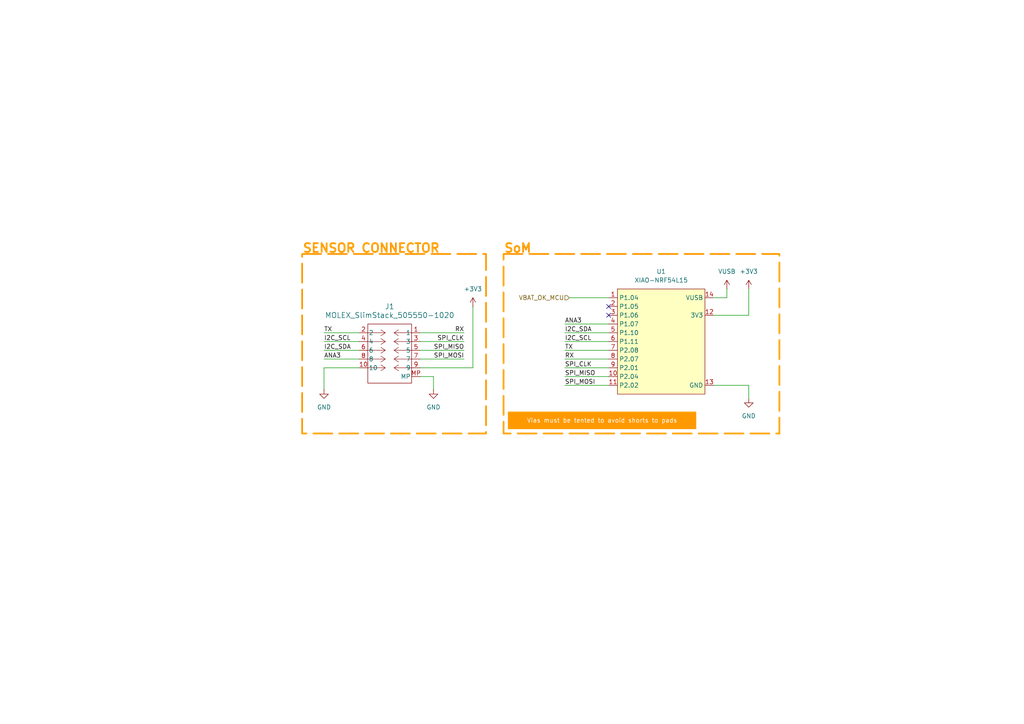
<source format=kicad_sch>
(kicad_sch (version 20250114) (generator "eeschema") (generator_version "9.0")
  (paper "A4")
  (title_block (title "Xihe") (date "2025-08-19") (rev "0.1"))
  (lib_symbols
    (symbol "connectors:MOLEX_SlimStack_505550-1020" (pin_names (offset 0.254))
      (property "Reference" "J" (at 6.096 1.27 0))
      (property "Value" "MOLEX_SlimStack_505550-1020" (at -1.27 13.716 0))
      (symbol "MOLEX_SlimStack_505550-1020_0_1"
        (rectangle (start 0 0) (end 12.7 -17.145))
      )
      (symbol "MOLEX_SlimStack_505550-1020_1_0"
        (pin passive line (at -2.54 -10.16 0) (length 2.54) (name "8") (number "8"))
        (pin passive line (at -2.54 -12.7 0) (length 2.54) (name "10") (number "10"))
        (pin passive line (at 15.24 -10.16 180) (length 2.54) (name "7") (number "7"))
        (pin passive line (at 15.24 -12.7 180) (length 2.54) (name "9") (number "9"))
        (pin passive line (at 15.24 -15.24 180) (length 2.54) (name "MP") (number "MP"))
      )
      (symbol "MOLEX_SlimStack_505550-1020_1_1"
        (polyline (pts (xy 5.08 -2.54) (xy 0 -2.54)) (stroke (width 0.127)))
        (polyline (pts (xy 5.08 -2.54) (xy 3.81 -1.6933)) (stroke (width 0.127)))
        (polyline (pts (xy 5.08 -2.54) (xy 3.81 -3.3867)) (stroke (width 0.127)))
        (polyline (pts (xy 5.08 -5.08) (xy 0 -5.08)) (stroke (width 0.127)))
        (polyline (pts (xy 5.08 -5.08) (xy 3.81 -4.2333)) (stroke (width 0.127)))
        (polyline (pts (xy 5.08 -5.08) (xy 3.81 -5.9267)) (stroke (width 0.127)))
        (polyline (pts (xy 5.08 -7.62) (xy 0 -7.62)) (stroke (width 0.127)))
        (polyline (pts (xy 5.08 -7.62) (xy 3.81 -6.7733)) (stroke (width 0.127)))
        (polyline (pts (xy 5.08 -7.62) (xy 3.81 -8.4667)) (stroke (width 0.127)))
        (polyline (pts (xy 5.08 -10.16) (xy 0 -10.16)) (stroke (width 0.127)))
        (polyline (pts (xy 5.08 -10.16) (xy 3.81 -9.3133)) (stroke (width 0.127)))
        (polyline (pts (xy 5.08 -10.16) (xy 3.81 -11.0067)) (stroke (width 0.127)))
        (polyline (pts (xy 5.08 -12.7) (xy 0 -12.7)) (stroke (width 0.127)))
        (polyline (pts (xy 5.08 -12.7) (xy 3.81 -11.8533)) (stroke (width 0.127)))
        (polyline (pts (xy 5.08 -12.7) (xy 3.81 -13.5467)) (stroke (width 0.127)))
        (polyline (pts (xy 7.62 -2.54) (xy 8.89 -1.6933)) (stroke (width 0.127)))
        (polyline (pts (xy 7.62 -2.54) (xy 8.89 -3.3867)) (stroke (width 0.127)))
        (polyline (pts (xy 7.62 -2.54) (xy 12.7 -2.54)) (stroke (width 0.127)))
        (polyline (pts (xy 7.62 -5.08) (xy 8.89 -4.2333)) (stroke (width 0.127)))
        (polyline (pts (xy 7.62 -5.08) (xy 8.89 -5.9267)) (stroke (width 0.127)))
        (polyline (pts (xy 7.62 -5.08) (xy 12.7 -5.08)) (stroke (width 0.127)))
        (polyline (pts (xy 7.62 -7.62) (xy 8.89 -6.7733)) (stroke (width 0.127)))
        (polyline (pts (xy 7.62 -7.62) (xy 8.89 -8.4667)) (stroke (width 0.127)))
        (polyline (pts (xy 7.62 -7.62) (xy 12.7 -7.62)) (stroke (width 0.127)))
        (polyline (pts (xy 7.62 -10.16) (xy 8.89 -9.3133)) (stroke (width 0.127)))
        (polyline (pts (xy 7.62 -10.16) (xy 8.89 -11.0067)) (stroke (width 0.127)))
        (polyline (pts (xy 7.62 -10.16) (xy 12.7 -10.16)) (stroke (width 0.127)))
        (polyline (pts (xy 7.62 -12.7) (xy 8.89 -11.8533)) (stroke (width 0.127)))
        (polyline (pts (xy 7.62 -12.7) (xy 8.89 -13.5467)) (stroke (width 0.127)))
        (polyline (pts (xy 7.62 -12.7) (xy 12.7 -12.7)) (stroke (width 0.127)))
        (pin passive line (at -2.54 -2.54 0) (length 2.54) (name "2") (number "2"))
        (pin passive line (at -2.54 -5.08 0) (length 2.54) (name "4") (number "4"))
        (pin passive line (at -2.54 -7.62 0) (length 2.54) (name "6") (number "6"))
        (pin passive line (at 15.24 -2.54 180) (length 2.54) (name "1") (number "1"))
        (pin passive line (at 15.24 -5.08 180) (length 2.54) (name "3") (number "3"))
        (pin passive line (at 15.24 -7.62 180) (length 2.54) (name "5") (number "5"))
      )
    )
    (symbol "power_symbol:+3V3" (power) (pin_numbers (hide yes)) (pin_names (offset 0) (hide yes))
      (property "Value" "+3V3" (at 0 3.556 0))
      (symbol "+3V3_0_1"
        (polyline (pts (xy -0.762 1.27) (xy 0 2.54)))
        (polyline (pts (xy 0 2.54) (xy 0.762 1.27)))
        (polyline (pts (xy 0 0) (xy 0 2.54)))
      )
      (symbol "+3V3_1_1"
        (pin power_in line (at 0 0 90) (length 0) (name "~") (number "1"))
      )
    )
    (symbol "power_symbol:GND" (power) (pin_numbers (hide yes)) (pin_names (offset 0) (hide yes))
      (property "Value" "GND" (at 0 -3.81 0))
      (symbol "GND_0_1"
        (polyline (pts (xy 0 0) (xy 0 -1.27) (xy 1.27 -1.27) (xy 0 -2.54) (xy -1.27 -1.27) (xy 0 -1.27)))
      )
      (symbol "GND_1_1"
        (pin power_in line (at 0 0 270) (length 0) (name "~") (number "1"))
      )
    )
    (symbol "power_symbol:VUSB" (power) (pin_numbers (hide yes)) (pin_names (offset 0) (hide yes))
      (property "Value" "VUSB" (at 0 3.556 0))
      (symbol "VUSB_0_1"
        (polyline (pts (xy -0.762 1.27) (xy 0 2.54)))
        (polyline (pts (xy 0 2.54) (xy 0.762 1.27)))
        (polyline (pts (xy 0 0) (xy 0 2.54)))
      )
      (symbol "VUSB_1_1"
        (pin power_in line (at 0 0 90) (length 0) (name "~") (number "1"))
      )
    )
    (symbol "som:XIAO-NRF54L15-DIP"
      (property "Reference" "U" (at 0.762 3.302 0))
      (property "Value" "XIAO-NRF54L15" (at 7.874 1.27 0))
      (symbol "XIAO-NRF54L15-DIP_1_0"
        (pin bidirectional line (at -2.54 -2.54 0) (length 2.54) (name "P1.04") (number "1"))
        (pin bidirectional line (at -2.54 -5.08 0) (length 2.54) (name "P1.05") (number "2"))
        (pin bidirectional line (at -2.54 -7.62 0) (length 2.54) (name "P1.06") (number "3"))
        (pin bidirectional line (at -2.54 -10.16 0) (length 2.54) (name "P1.07") (number "4"))
        (pin bidirectional line (at -2.54 -12.7 0) (length 2.54) (name "P1.10") (number "5"))
        (pin bidirectional line (at -2.54 -15.24 0) (length 2.54) (name "P1.11") (number "6"))
        (pin bidirectional line (at -2.54 -17.78 0) (length 2.54) (name "P2.08") (number "7"))
        (pin bidirectional line (at -2.54 -20.32 0) (length 2.54) (name "P2.07") (number "8"))
        (pin bidirectional line (at -2.54 -22.86 0) (length 2.54) (name "P2.01") (number "9"))
        (pin bidirectional line (at -2.54 -25.4 0) (length 2.54) (name "P2.04") (number "10"))
        (pin bidirectional line (at -2.54 -27.94 0) (length 2.54) (name "P2.02") (number "11"))
        (pin power_out line (at 27.94 -2.54 180) (length 2.54) (name "VUSB") (number "14"))
        (pin power_in line (at 27.94 -7.62 180) (length 2.54) (name "3V3") (number "12"))
        (pin power_in line (at 27.94 -27.94 180) (length 2.54) (name "GND") (number "13"))
      )
      (symbol "XIAO-NRF54L15-DIP_1_1"
        (rectangle (start 0 0) (end 25.4 -30.48) (fill (type background)))
      )
    )
  )
  (rectangle (start 87.63 73.66) (end 140.97 125.73) (stroke (width 0.5) (type dash) (color 255 153 0 1)))
  (rectangle (start 146.05 73.66) (end 226.06 125.73) (stroke (width 0.5) (type dash) (color 255 153 0 1)))
  (text "SoM" (at 146.05 73.66 0) (effects (font (size 2.54 2.54) (thickness 0.508) (bold yes)) (justify left bottom)))
  (text "SENSOR CONNECTOR" (at 87.63 73.66 0) (effects (font (size 2.54 2.54) (thickness 0.508) (bold yes)) (justify left bottom)))
  (text_box "Vias must be tented to avoid shorts to pads" (at 147.32 119.38 0) (size 54.61 5.08) (margins 0.9525 0.9525 0.9525 0.9525) (stroke (width -0.0001)) (fill (type color) (color 255 153 0 1)) (effects (font (size 1.27 1.27))))
  (no_connect (at 176.53 88.9))
  (no_connect (at 176.53 91.44))
  (wire (pts (xy 93.98 99.06) (xy 104.14 99.06)))
  (wire (pts (xy 207.01 86.36) (xy 210.82 86.36)))
  (wire (pts (xy 93.98 113.03) (xy 93.98 106.68)))
  (wire (pts (xy 163.83 96.52) (xy 176.53 96.52)))
  (wire (pts (xy 125.73 113.03) (xy 125.73 109.22)))
  (wire (pts (xy 217.17 111.76) (xy 217.17 115.57)))
  (wire (pts (xy 93.98 101.6) (xy 104.14 101.6)))
  (wire (pts (xy 121.92 96.52) (xy 134.62 96.52)))
  (wire (pts (xy 163.83 106.68) (xy 176.53 106.68)))
  (wire (pts (xy 121.92 104.14) (xy 134.62 104.14)))
  (wire (pts (xy 137.16 106.68) (xy 121.92 106.68)))
  (wire (pts (xy 125.73 109.22) (xy 121.92 109.22)))
  (wire (pts (xy 163.83 93.98) (xy 176.53 93.98)))
  (wire (pts (xy 163.83 104.14) (xy 176.53 104.14)))
  (wire (pts (xy 137.16 88.9) (xy 137.16 106.68)))
  (wire (pts (xy 163.83 109.22) (xy 176.53 109.22)))
  (wire (pts (xy 93.98 96.52) (xy 104.14 96.52)))
  (wire (pts (xy 93.98 104.14) (xy 104.14 104.14)))
  (wire (pts (xy 217.17 83.82) (xy 217.17 91.44)))
  (wire (pts (xy 121.92 101.6) (xy 134.62 101.6)))
  (wire (pts (xy 163.83 111.76) (xy 176.53 111.76)))
  (wire (pts (xy 163.83 101.6) (xy 176.53 101.6)))
  (wire (pts (xy 207.01 91.44) (xy 217.17 91.44)))
  (wire (pts (xy 121.92 99.06) (xy 134.62 99.06)))
  (wire (pts (xy 93.98 106.68) (xy 104.14 106.68)))
  (wire (pts (xy 163.83 99.06) (xy 176.53 99.06)))
  (wire (pts (xy 207.01 111.76) (xy 217.17 111.76)))
  (wire (pts (xy 210.82 86.36) (xy 210.82 83.82)))
  (wire (pts (xy 165.1 86.36) (xy 176.53 86.36)))
  (label "SPI_MOSI" (at 163.83 111.76 0))
  (label "ANA3" (at 163.83 93.98 0))
  (label "RX" (at 134.62 96.52 180))
  (label "SPI_CLK" (at 163.83 106.68 0))
  (label "RX" (at 163.83 104.14 0))
  (label "TX" (at 93.98 96.52 0))
  (label "SPI_MISO" (at 163.83 109.22 0))
  (label "I2C_SCL" (at 93.98 99.06 0))
  (label "TX" (at 163.83 101.6 0))
  (label "ANA3" (at 93.98 104.14 0))
  (label "I2C_SCL" (at 163.83 99.06 0))
  (label "SPI_MOSI" (at 134.62 104.14 180))
  (label "I2C_SDA" (at 93.98 101.6 0))
  (label "SPI_CLK" (at 134.62 99.06 180))
  (label "SPI_MISO" (at 134.62 101.6 180))
  (label "I2C_SDA" (at 163.83 96.52 0))
  (hierarchical_label "VBAT_OK_MCU" (shape input) (at 165.1 86.36 180))
  (symbol (lib_id "power_symbol:+3V3") (at 217.17 83.82 0) (unit 1)
    (property "Reference" "#PWR04" (effects (hide yes)))
    (property "Value" "+3V3" (at 217.17 78.74 0))
    (property "Description" "Power symbol creates a global label with name \"+3V3\"" (effects (hide yes)))
  )
  (symbol (lib_id "power_symbol:GND") (at 93.98 113.03 0) (unit 1)
    (property "Reference" "#PWR01" (effects (hide yes)))
    (property "Value" "GND" (at 93.98 118.11 0))
    (property "Description" "Power symbol creates a global label with name \"GND\" , ground" (effects (hide yes)))
  )
  (symbol (lib_id "power_symbol:VUSB") (at 210.82 83.82 0) (unit 1)
    (property "Reference" "#PWR03" (effects (hide yes)))
    (property "Value" "VUSB" (at 210.82 78.74 0))
    (property "Description" "Power symbol creates a global label with name \"VUSB\"" (effects (hide yes)))
  )
  (symbol (lib_id "power_symbol:GND") (at 125.73 113.03 0) (unit 1)
    (property "Reference" "#PWR023" (effects (hide yes)))
    (property "Value" "GND" (at 125.73 118.11 0))
    (property "Description" "Power symbol creates a global label with name \"GND\" , ground" (effects (hide yes)))
  )
  (symbol (lib_id "power_symbol:+3V3") (at 137.16 88.9 0) (unit 1)
    (property "Reference" "#PWR02" (effects (hide yes)))
    (property "Value" "+3V3" (at 137.16 83.82 0))
    (property "Description" "Power symbol creates a global label with name \"+3V3\"" (effects (hide yes)))
  )
  (symbol (lib_id "connectors:MOLEX_SlimStack_505550-1020") (at 106.68 93.98 0) (unit 1)
    (property "Reference" "J1" (at 113.03 88.9 0) (effects (font (size 1.524 1.524))))
    (property "Value" "MOLEX_SlimStack_505550-1020" (at 113.03 91.44 0) (effects (font (size 1.524 1.524))))
    (property "Footprint" "connectors:MOLEX_SlimStack_505550-1020" (effects (hide yes)))
    (property "Datasheet" "https://www.molex.com/en-us/products/part-detail-pdf/5055501020?display=pdf" (effects (hide yes)))
    (property "Description" "Molex SlimStack 02x03" (effects (hide yes)))
    (property "Part Number" "5055501020" (effects (hide yes)))
  )
  (symbol (lib_id "som:XIAO-NRF54L15-DIP") (at 179.07 83.82 0) (unit 1)
    (property "Reference" "U1" (at 191.77 78.74 0))
    (property "Value" "XIAO-NRF54L15" (at 191.77 81.28 0))
    (property "Footprint" "part_specific:XIAO-NRF54L15-DIP" (effects (hide yes)))
    (property "Description" "XIAO NRF54L15" (effects (hide yes)))
    (property "Part Number" "XIAO-NRF54L15" (effects (hide yes)))
  )
  (symbol (lib_id "power_symbol:GND") (at 217.17 115.57 0) (unit 1)
    (property "Reference" "#PWR05" (effects (hide yes)))
    (property "Value" "GND" (at 217.17 120.65 0))
    (property "Description" "Power symbol creates a global label with name \"GND\" , ground" (effects (hide yes)))
  )
)
</source>
